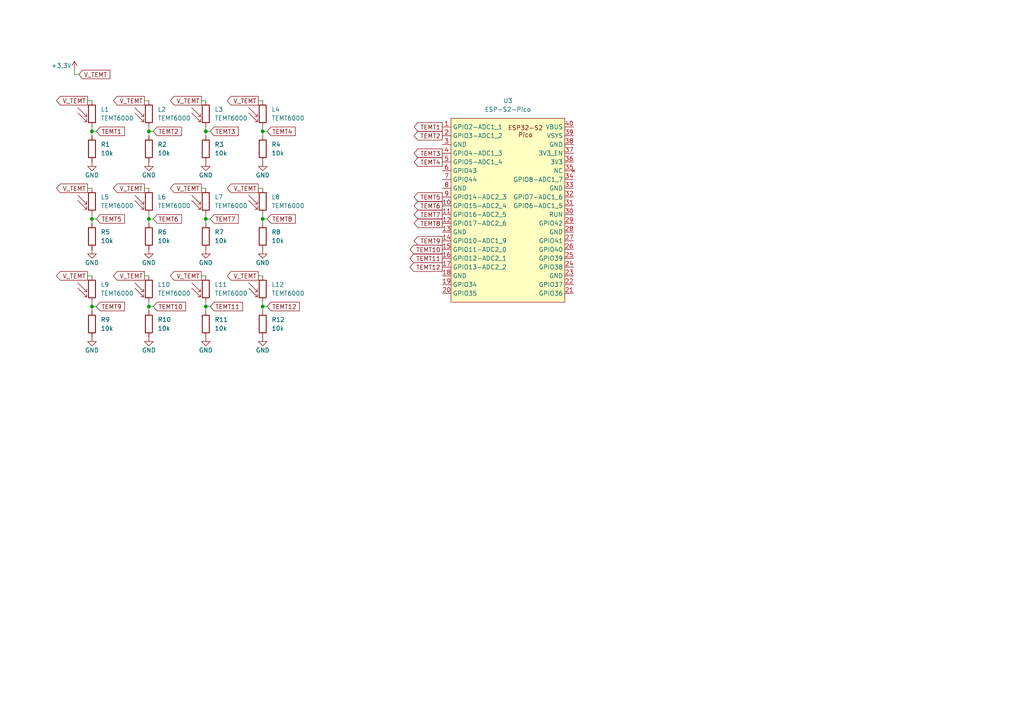
<source format=kicad_sch>
(kicad_sch (version 20231120) (generator "eeschema") (generator_version "8.0")
  (paper "A4")
  (lib_symbols
    (symbol "Device:R" (pin_numbers hide) (pin_names (offset 0))
      (property "Reference" "R" (at 2.032 0 90))
      (property "Value" "R" (at 0 0 90))
      (symbol "R_0_1"
        (rectangle (start -1.016 -2.54) (end 1.016 2.54) (stroke (width 0.254)))
      )
      (symbol "R_1_1"
        (pin passive line (at 0 3.81 270) (length 1.27) (name "~") (number "1"))
        (pin passive line (at 0 -3.81 90) (length 1.27) (name "~") (number "2"))
      )
    )
    (symbol "Device:R_Photo" (pin_numbers hide) (pin_names (offset 0))
      (property "Reference" "R" (at 1.27 1.27 0))
      (property "Value" "R_Photo" (at 1.27 0 0))
      (symbol "R_Photo_0_1"
        (rectangle (start -1.016 2.54) (end 1.016 -2.54) (stroke (width 0.254)))
        (polyline (pts (xy -1.524 -2.286) (xy -4.064 0.254)))
        (polyline (pts (xy -1.524 -2.286) (xy -2.286 -2.286)))
        (polyline (pts (xy -1.524 -2.286) (xy -1.524 -1.524)))
        (polyline (pts (xy -1.524 -0.762) (xy -4.064 1.778)))
        (polyline (pts (xy -1.524 -0.762) (xy -2.286 -0.762)))
        (polyline (pts (xy -1.524 -0.762) (xy -1.524 0)))
      )
      (symbol "R_Photo_1_1"
        (pin passive line (at 0 3.81 270) (length 1.27) (name "~") (number "1"))
        (pin passive line (at 0 -3.81 90) (length 1.27) (name "~") (number "2"))
      )
    )
    (symbol "ESP32-S2-Pico-ADC_1"
      (property "Reference" "U" (at -13.97 27.94 0))
      (property "Value" "ESP-S2-Pico" (at 0 -27.94 0))
      (symbol "ESP32-S2-Pico-ADC_1_0_1"
        (rectangle (start -16.51 26.67) (end 16.51 -26.67) (fill (type background)))
      )
      (symbol "ESP32-S2-Pico-ADC_1_1_0"
        (text "ESP32-S2\nPico" (at 5.08 22.86 0) (effects (font (size 1.27 1.27))))
      )
      (symbol "ESP32-S2-Pico-ADC_1_1_1"
        (pin bidirectional line (at -19.05 24.13 0) (length 2.54) (name "GPIO2-ADC1_1") (number "1"))
        (pin bidirectional line (at -19.05 1.27 0) (length 2.54) (name "GPIO15-ADC2_4") (number "10"))
        (pin bidirectional line (at -19.05 -1.27 0) (length 2.54) (name "GPIO16-ADC2_5") (number "11"))
        (pin bidirectional line (at -19.05 -3.81 0) (length 2.54) (name "GPIO17-ADC2_6") (number "12"))
        (pin power_in line (at -19.05 -6.35 0) (length 2.54) (name "GND") (number "13"))
        (pin bidirectional line (at -19.05 -8.89 0) (length 2.54) (name "GPIO10-ADC1_9") (number "14"))
        (pin bidirectional line (at -19.05 -11.43 0) (length 2.54) (name "GPIO11-ADC2_0") (number "15"))
        (pin bidirectional line (at -19.05 -13.97 0) (length 2.54) (name "GPIO12-ADC2_1") (number "16"))
        (pin bidirectional line (at -19.05 -16.51 0) (length 2.54) (name "GPIO13-ADC2_2") (number "17"))
        (pin power_in line (at -19.05 -19.05 0) (length 2.54) (name "GND") (number "18"))
        (pin bidirectional line (at -19.05 -21.59 0) (length 2.54) (name "GPIO34") (number "19"))
        (pin bidirectional line (at -19.05 21.59 0) (length 2.54) (name "GPIO3-ADC1_2") (number "2"))
        (pin bidirectional line (at -19.05 -24.13 0) (length 2.54) (name "GPIO35") (number "20"))
        (pin bidirectional line (at 19.05 -24.13 180) (length 2.54) (name "GPIO36") (number "21"))
        (pin bidirectional line (at 19.05 -21.59 180) (length 2.54) (name "GPIO37") (number "22"))
        (pin power_in line (at 19.05 -19.05 180) (length 2.54) (name "GND") (number "23"))
        (pin bidirectional line (at 19.05 -16.51 180) (length 2.54) (name "GPIO38") (number "24"))
        (pin bidirectional line (at 19.05 -13.97 180) (length 2.54) (name "GPIO39") (number "25"))
        (pin bidirectional line (at 19.05 -11.43 180) (length 2.54) (name "GPIO40") (number "26"))
        (pin bidirectional line (at 19.05 -8.89 180) (length 2.54) (name "GPIO41") (number "27"))
        (pin power_in line (at 19.05 -6.35 180) (length 2.54) (name "GND") (number "28"))
        (pin bidirectional line (at 19.05 -3.81 180) (length 2.54) (name "GPIO42") (number "29"))
        (pin power_in line (at -19.05 19.05 0) (length 2.54) (name "GND") (number "3"))
        (pin input line (at 19.05 -1.27 180) (length 2.54) (name "RUN") (number "30"))
        (pin bidirectional line (at 19.05 1.27 180) (length 2.54) (name "GPIO6-ADC1_5") (number "31"))
        (pin bidirectional line (at 19.05 3.81 180) (length 2.54) (name "GPIO7-ADC1_6") (number "32"))
        (pin power_in line (at 19.05 6.35 180) (length 2.54) (name "GND") (number "33"))
        (pin bidirectional line (at 19.05 8.89 180) (length 2.54) (name "GPIO8-ADC1_7") (number "34"))
        (pin no_connect line (at 19.05 11.43 180) (length 2.54) (name "NC") (number "35"))
        (pin power_in line (at 19.05 13.97 180) (length 2.54) (name "3V3") (number "36"))
        (pin input line (at 19.05 16.51 180) (length 2.54) (name "3V3_EN") (number "37"))
        (pin bidirectional line (at 19.05 19.05 180) (length 2.54) (name "GND") (number "38"))
        (pin power_in line (at 19.05 21.59 180) (length 2.54) (name "VSYS") (number "39"))
        (pin bidirectional line (at -19.05 16.51 0) (length 2.54) (name "GPIO4-ADC1_3") (number "4"))
        (pin power_in line (at 19.05 24.13 180) (length 2.54) (name "VBUS") (number "40"))
        (pin bidirectional line (at -19.05 13.97 0) (length 2.54) (name "GPIO5-ADC1_4") (number "5"))
        (pin bidirectional line (at -19.05 11.43 0) (length 2.54) (name "GPIO43") (number "6"))
        (pin bidirectional line (at -19.05 8.89 0) (length 2.54) (name "GPIO44") (number "7"))
        (pin power_in line (at -19.05 6.35 0) (length 2.54) (name "GND") (number "8"))
        (pin bidirectional line (at -19.05 3.81 0) (length 2.54) (name "GPIO14-ADC2_3") (number "9"))
      )
    )
    (symbol "power:+3.3V" (power) (pin_names (offset 0))
      (property "Value" "+3.3V" (at 0 3.556 0))
      (symbol "+3.3V_0_1"
        (polyline (pts (xy -0.762 1.27) (xy 0 2.54)))
        (polyline (pts (xy 0 0) (xy 0 2.54)))
        (polyline (pts (xy 0 2.54) (xy 0.762 1.27)))
      )
      (symbol "+3.3V_1_1"
        (pin power_in line (at 0 0 90) (length 0) hide (name "+3.3V") (number "1"))
      )
    )
    (symbol "power:GND" (power) (pin_names (offset 0))
      (property "Value" "GND" (at 0 -3.81 0))
      (symbol "GND_0_1"
        (polyline (pts (xy 0 0) (xy 0 -1.27) (xy 1.27 -1.27) (xy 0 -2.54) (xy -1.27 -1.27) (xy 0 -1.27)))
      )
      (symbol "GND_1_1"
        (pin power_in line (at 0 0 270) (length 0) hide (name "GND") (number "1"))
      )
    )
  )
  (junction (at 76.2 88.9))
  (junction (at 26.67 38.1))
  (junction (at 26.67 63.5))
  (junction (at 26.67 88.9))
  (junction (at 76.2 38.1))
  (junction (at 43.18 63.5))
  (junction (at 59.69 88.9))
  (junction (at 43.18 88.9))
  (junction (at 59.69 38.1))
  (junction (at 59.69 63.5))
  (junction (at 76.2 63.5))
  (junction (at 43.18 38.1))
  (wire (pts (xy 76.2 80.01) (xy 74.93 80.01)))
  (wire (pts (xy 26.67 54.61) (xy 25.4 54.61)))
  (wire (pts (xy 43.18 63.5) (xy 43.18 64.77)))
  (wire (pts (xy 60.96 38.1) (xy 59.69 38.1)))
  (wire (pts (xy 59.69 62.23) (xy 59.69 63.5)))
  (wire (pts (xy 44.45 63.5) (xy 43.18 63.5)))
  (wire (pts (xy 77.47 63.5) (xy 76.2 63.5)))
  (wire (pts (xy 59.69 29.21) (xy 58.42 29.21)))
  (wire (pts (xy 26.67 62.23) (xy 26.67 63.5)))
  (wire (pts (xy 26.67 87.63) (xy 26.67 88.9)))
  (wire (pts (xy 43.18 80.01) (xy 41.91 80.01)))
  (wire (pts (xy 43.18 62.23) (xy 43.18 63.5)))
  (wire (pts (xy 26.67 80.01) (xy 25.4 80.01)))
  (wire (pts (xy 76.2 62.23) (xy 76.2 63.5)))
  (wire (pts (xy 26.67 63.5) (xy 26.67 64.77)))
  (wire (pts (xy 76.2 29.21) (xy 74.93 29.21)))
  (wire (pts (xy 59.69 54.61) (xy 58.42 54.61)))
  (wire (pts (xy 43.18 87.63) (xy 43.18 88.9)))
  (wire (pts (xy 77.47 38.1) (xy 76.2 38.1)))
  (wire (pts (xy 59.69 80.01) (xy 58.42 80.01)))
  (wire (pts (xy 27.94 88.9) (xy 26.67 88.9)))
  (wire (pts (xy 76.2 54.61) (xy 74.93 54.61)))
  (wire (pts (xy 43.18 38.1) (xy 43.18 39.37)))
  (wire (pts (xy 43.18 54.61) (xy 41.91 54.61)))
  (wire (pts (xy 59.69 88.9) (xy 59.69 90.17)))
  (wire (pts (xy 76.2 63.5) (xy 76.2 64.77)))
  (wire (pts (xy 44.45 88.9) (xy 43.18 88.9)))
  (wire (pts (xy 43.18 29.21) (xy 41.91 29.21)))
  (wire (pts (xy 76.2 36.83) (xy 76.2 38.1)))
  (wire (pts (xy 76.2 88.9) (xy 76.2 90.17)))
  (wire (pts (xy 26.67 36.83) (xy 26.67 38.1)))
  (wire (pts (xy 21.59 21.59) (xy 21.59 20.32)))
  (wire (pts (xy 76.2 38.1) (xy 76.2 39.37)))
  (wire (pts (xy 43.18 36.83) (xy 43.18 38.1)))
  (wire (pts (xy 59.69 36.83) (xy 59.69 38.1)))
  (wire (pts (xy 27.94 38.1) (xy 26.67 38.1)))
  (wire (pts (xy 44.45 38.1) (xy 43.18 38.1)))
  (wire (pts (xy 26.67 29.21) (xy 25.4 29.21)))
  (wire (pts (xy 26.67 38.1) (xy 26.67 39.37)))
  (wire (pts (xy 27.94 63.5) (xy 26.67 63.5)))
  (wire (pts (xy 59.69 38.1) (xy 59.69 39.37)))
  (wire (pts (xy 60.96 88.9) (xy 59.69 88.9)))
  (wire (pts (xy 59.69 63.5) (xy 59.69 64.77)))
  (wire (pts (xy 43.18 88.9) (xy 43.18 90.17)))
  (wire (pts (xy 26.67 88.9) (xy 26.67 90.17)))
  (wire (pts (xy 59.69 87.63) (xy 59.69 88.9)))
  (wire (pts (xy 60.96 63.5) (xy 59.69 63.5)))
  (wire (pts (xy 21.59 21.59) (xy 22.86 21.59)))
  (wire (pts (xy 77.47 88.9) (xy 76.2 88.9)))
  (wire (pts (xy 76.2 87.63) (xy 76.2 88.9)))
  (global_label "V_TEMT" (shape output) (at 58.42 54.61 180) (property "Intersheetrefs" "${INTERSHEET_REFS}" (effects (hide yes))))
  (global_label "V_TEMT" (shape output) (at 74.93 80.01 180) (property "Intersheetrefs" "${INTERSHEET_REFS}" (effects (hide yes))))
  (global_label "TEMT3" (shape input) (at 60.96 38.1 0) (property "Intersheetrefs" "${INTERSHEET_REFS}" (effects (hide yes))))
  (global_label "TEMT4" (shape output) (at 128.27 46.99 180) (property "Intersheetrefs" "${INTERSHEET_REFS}" (effects (hide yes))))
  (global_label "TEMT10" (shape input) (at 44.45 88.9 0) (property "Intersheetrefs" "${INTERSHEET_REFS}" (effects (hide yes))))
  (global_label "TEMT2" (shape output) (at 128.27 39.37 180) (property "Intersheetrefs" "${INTERSHEET_REFS}" (effects (hide yes))))
  (global_label "TEMT7" (shape input) (at 60.96 63.5 0) (property "Intersheetrefs" "${INTERSHEET_REFS}" (effects (hide yes))))
  (global_label "TEMT5" (shape input) (at 27.94 63.5 0) (property "Intersheetrefs" "${INTERSHEET_REFS}" (effects (hide yes))))
  (global_label "TEMT4" (shape input) (at 77.47 38.1 0) (property "Intersheetrefs" "${INTERSHEET_REFS}" (effects (hide yes))))
  (global_label "TEMT10" (shape output) (at 128.27 72.39 180) (property "Intersheetrefs" "${INTERSHEET_REFS}" (effects (hide yes))))
  (global_label "TEMT1" (shape output) (at 128.27 36.83 180) (property "Intersheetrefs" "${INTERSHEET_REFS}" (effects (hide yes))))
  (global_label "TEMT2" (shape input) (at 44.45 38.1 0) (property "Intersheetrefs" "${INTERSHEET_REFS}" (effects (hide yes))))
  (global_label "TEMT6" (shape input) (at 44.45 63.5 0) (property "Intersheetrefs" "${INTERSHEET_REFS}" (effects (hide yes))))
  (global_label "TEMT3" (shape output) (at 128.27 44.45 180) (property "Intersheetrefs" "${INTERSHEET_REFS}" (effects (hide yes))))
  (global_label "TEMT11" (shape output) (at 128.27 74.93 180) (property "Intersheetrefs" "${INTERSHEET_REFS}" (effects (hide yes))))
  (global_label "V_TEMT" (shape output) (at 58.42 29.21 180) (property "Intersheetrefs" "${INTERSHEET_REFS}" (effects (hide yes))))
  (global_label "V_TEMT" (shape output) (at 41.91 29.21 180) (property "Intersheetrefs" "${INTERSHEET_REFS}" (effects (hide yes))))
  (global_label "TEMT11" (shape input) (at 60.96 88.9 0) (property "Intersheetrefs" "${INTERSHEET_REFS}" (effects (hide yes))))
  (global_label "V_TEMT" (shape input) (at 22.86 21.59 0) (property "Intersheetrefs" "${INTERSHEET_REFS}" (effects (hide yes))))
  (global_label "TEMT5" (shape output) (at 128.27 57.15 180) (property "Intersheetrefs" "${INTERSHEET_REFS}" (effects (hide yes))))
  (global_label "TEMT6" (shape output) (at 128.27 59.69 180) (property "Intersheetrefs" "${INTERSHEET_REFS}" (effects (hide yes))))
  (global_label "TEMT8" (shape output) (at 128.27 64.77 180) (property "Intersheetrefs" "${INTERSHEET_REFS}" (effects (hide yes))))
  (global_label "V_TEMT" (shape output) (at 74.93 54.61 180) (property "Intersheetrefs" "${INTERSHEET_REFS}" (effects (hide yes))))
  (global_label "V_TEMT" (shape output) (at 25.4 29.21 180) (property "Intersheetrefs" "${INTERSHEET_REFS}" (effects (hide yes))))
  (global_label "TEMT7" (shape output) (at 128.27 62.23 180) (property "Intersheetrefs" "${INTERSHEET_REFS}" (effects (hide yes))))
  (global_label "TEMT12" (shape output) (at 128.27 77.47 180) (property "Intersheetrefs" "${INTERSHEET_REFS}" (effects (hide yes))))
  (global_label "V_TEMT" (shape output) (at 58.42 80.01 180) (property "Intersheetrefs" "${INTERSHEET_REFS}" (effects (hide yes))))
  (global_label "TEMT8" (shape input) (at 77.47 63.5 0) (property "Intersheetrefs" "${INTERSHEET_REFS}" (effects (hide yes))))
  (global_label "V_TEMT" (shape output) (at 25.4 54.61 180) (property "Intersheetrefs" "${INTERSHEET_REFS}" (effects (hide yes))))
  (global_label "V_TEMT" (shape output) (at 41.91 54.61 180) (property "Intersheetrefs" "${INTERSHEET_REFS}" (effects (hide yes))))
  (global_label "V_TEMT" (shape output) (at 41.91 80.01 180) (property "Intersheetrefs" "${INTERSHEET_REFS}" (effects (hide yes))))
  (global_label "TEMT1" (shape input) (at 27.94 38.1 0) (property "Intersheetrefs" "${INTERSHEET_REFS}" (effects (hide yes))))
  (global_label "TEMT9" (shape output) (at 128.27 69.85 180) (property "Intersheetrefs" "${INTERSHEET_REFS}" (effects (hide yes))))
  (global_label "TEMT12" (shape input) (at 77.47 88.9 0) (property "Intersheetrefs" "${INTERSHEET_REFS}" (effects (hide yes))))
  (global_label "V_TEMT" (shape output) (at 74.93 29.21 180) (property "Intersheetrefs" "${INTERSHEET_REFS}" (effects (hide yes))))
  (global_label "TEMT9" (shape input) (at 27.94 88.9 0) (property "Intersheetrefs" "${INTERSHEET_REFS}" (effects (hide yes))))
  (global_label "V_TEMT" (shape output) (at 25.4 80.01 180) (property "Intersheetrefs" "${INTERSHEET_REFS}" (effects (hide yes))))
  (symbol (lib_id "Device:R") (at 59.69 93.98 180) (unit 1)
    (property "Reference" "R11" (at 62.23 92.7099 0) (effects (justify right)))
    (property "Value" "10k" (at 62.23 95.2499 0) (effects (justify right)))
    (property "Footprint" "Resistor_SMD:R_0603_1608Metric_Pad0.98x0.95mm_HandSolder" (effects (hide yes)))
    (property "Description" "Resistor" (effects (hide yes)))
  )
  (symbol (lib_id "power:GND") (at 59.69 97.79 0) (unit 1)
    (property "Reference" "#PWR012" (effects (hide yes)))
    (property "Value" "GND" (at 59.69 101.6 0))
  )
  (symbol (lib_id "Device:R") (at 43.18 43.18 180) (unit 1)
    (property "Reference" "R2" (at 45.72 41.9099 0) (effects (justify right)))
    (property "Value" "10k" (at 45.72 44.4499 0) (effects (justify right)))
    (property "Footprint" "Resistor_SMD:R_0603_1608Metric_Pad0.98x0.95mm_HandSolder" (effects (hide yes)))
    (property "Description" "Resistor" (effects (hide yes)))
  )
  (symbol (lib_id "Device:R_Photo") (at 76.2 33.02 0) (unit 1)
    (property "Reference" "L4" (at 78.74 31.7499 0) (effects (justify left)))
    (property "Value" "TEMT6000" (at 78.74 34.2899 0) (effects (justify left)))
    (property "Footprint" "PorridgePi-Personal:TEMT6000-SMD" (effects (hide yes)))
    (property "Description" "Photoresistor" (effects (hide yes)))
  )
  (symbol (lib_id "Device:R_Photo") (at 59.69 33.02 0) (unit 1)
    (property "Reference" "L3" (at 62.23 31.7499 0) (effects (justify left)))
    (property "Value" "TEMT6000" (at 62.23 34.2899 0) (effects (justify left)))
    (property "Footprint" "PorridgePi-Personal:TEMT6000-SMD" (effects (hide yes)))
    (property "Description" "Photoresistor" (effects (hide yes)))
  )
  (symbol (lib_id "power:GND") (at 76.2 97.79 0) (unit 1)
    (property "Reference" "#PWR013" (effects (hide yes)))
    (property "Value" "GND" (at 76.2 101.6 0))
  )
  (symbol (lib_id "power:GND") (at 43.18 97.79 0) (unit 1)
    (property "Reference" "#PWR011" (effects (hide yes)))
    (property "Value" "GND" (at 43.18 101.6 0))
  )
  (symbol (lib_id "Device:R_Photo") (at 43.18 33.02 0) (unit 1)
    (property "Reference" "L2" (at 45.72 31.7499 0) (effects (justify left)))
    (property "Value" "TEMT6000" (at 45.72 34.2899 0) (effects (justify left)))
    (property "Footprint" "PorridgePi-Personal:TEMT6000-SMD" (effects (hide yes)))
    (property "Description" "Photoresistor" (effects (hide yes)))
  )
  (symbol (lib_id "Device:R_Photo") (at 76.2 58.42 0) (unit 1)
    (property "Reference" "L8" (at 78.74 57.1499 0) (effects (justify left)))
    (property "Value" "TEMT6000" (at 78.74 59.6899 0) (effects (justify left)))
    (property "Footprint" "PorridgePi-Personal:TEMT6000-SMD" (effects (hide yes)))
    (property "Description" "Photoresistor" (effects (hide yes)))
  )
  (symbol (lib_id "Device:R_Photo") (at 43.18 83.82 0) (unit 1)
    (property "Reference" "L10" (at 45.72 82.5499 0) (effects (justify left)))
    (property "Value" "TEMT6000" (at 45.72 85.0899 0) (effects (justify left)))
    (property "Footprint" "PorridgePi-Personal:TEMT6000-SMD" (effects (hide yes)))
    (property "Description" "Photoresistor" (effects (hide yes)))
  )
  (symbol (lib_id "Device:R_Photo") (at 59.69 83.82 0) (unit 1)
    (property "Reference" "L11" (at 62.23 82.5499 0) (effects (justify left)))
    (property "Value" "TEMT6000" (at 62.23 85.0899 0) (effects (justify left)))
    (property "Footprint" "PorridgePi-Personal:TEMT6000-SMD" (effects (hide yes)))
    (property "Description" "Photoresistor" (effects (hide yes)))
  )
  (symbol (lib_id "Device:R") (at 76.2 43.18 180) (unit 1)
    (property "Reference" "R4" (at 78.74 41.9099 0) (effects (justify right)))
    (property "Value" "10k" (at 78.74 44.4499 0) (effects (justify right)))
    (property "Footprint" "Resistor_SMD:R_0603_1608Metric_Pad0.98x0.95mm_HandSolder" (effects (hide yes)))
    (property "Description" "Resistor" (effects (hide yes)))
  )
  (symbol (lib_id "Device:R") (at 59.69 43.18 180) (unit 1)
    (property "Reference" "R3" (at 62.23 41.9099 0) (effects (justify right)))
    (property "Value" "10k" (at 62.23 44.4499 0) (effects (justify right)))
    (property "Footprint" "Resistor_SMD:R_0603_1608Metric_Pad0.98x0.95mm_HandSolder" (effects (hide yes)))
    (property "Description" "Resistor" (effects (hide yes)))
  )
  (symbol (lib_id "Device:R") (at 43.18 93.98 180) (unit 1)
    (property "Reference" "R10" (at 45.72 92.7099 0) (effects (justify right)))
    (property "Value" "10k" (at 45.72 95.2499 0) (effects (justify right)))
    (property "Footprint" "Resistor_SMD:R_0603_1608Metric_Pad0.98x0.95mm_HandSolder" (effects (hide yes)))
    (property "Description" "Resistor" (effects (hide yes)))
  )
  (symbol (lib_id "Device:R_Photo") (at 26.67 58.42 0) (unit 1)
    (property "Reference" "L5" (at 29.21 57.1499 0) (effects (justify left)))
    (property "Value" "TEMT6000" (at 29.21 59.6899 0) (effects (justify left)))
    (property "Footprint" "PorridgePi-Personal:TEMT6000-SMD" (effects (hide yes)))
    (property "Description" "Photoresistor" (effects (hide yes)))
  )
  (symbol (lib_id "Device:R") (at 76.2 68.58 180) (unit 1)
    (property "Reference" "R8" (at 78.74 67.3099 0) (effects (justify right)))
    (property "Value" "10k" (at 78.74 69.8499 0) (effects (justify right)))
    (property "Footprint" "Resistor_SMD:R_0603_1608Metric_Pad0.98x0.95mm_HandSolder" (effects (hide yes)))
    (property "Description" "Resistor" (effects (hide yes)))
  )
  (symbol (lib_id "power:GND") (at 59.69 72.39 0) (unit 1)
    (property "Reference" "#PWR08" (effects (hide yes)))
    (property "Value" "GND" (at 59.69 76.2 0))
  )
  (symbol (lib_id "Device:R") (at 26.67 93.98 180) (unit 1)
    (property "Reference" "R9" (at 29.21 92.7099 0) (effects (justify right)))
    (property "Value" "10k" (at 29.21 95.2499 0) (effects (justify right)))
    (property "Footprint" "Resistor_SMD:R_0603_1608Metric_Pad0.98x0.95mm_HandSolder" (effects (hide yes)))
    (property "Description" "Resistor" (effects (hide yes)))
  )
  (symbol (lib_name "ESP32-S2-Pico-ADC_1") (lib_id "PorridgePi-Symbols:ESP32-S2-Pico-ADC") (at 147.32 60.96 0) (unit 1)
    (property "Reference" "U3" (at 147.32 29.21 0))
    (property "Value" "ESP-S2-Pico" (at 147.32 31.75 0))
    (property "Footprint" "PorridgePi-Personal:ESP32-S2-Pico" (effects (hide yes)))
  )
  (symbol (lib_id "Device:R_Photo") (at 26.67 83.82 0) (unit 1)
    (property "Reference" "L9" (at 29.21 82.5499 0) (effects (justify left)))
    (property "Value" "TEMT6000" (at 29.21 85.0899 0) (effects (justify left)))
    (property "Footprint" "PorridgePi-Personal:TEMT6000-SMD" (effects (hide yes)))
    (property "Description" "Photoresistor" (effects (hide yes)))
  )
  (symbol (lib_id "Device:R") (at 76.2 93.98 180) (unit 1)
    (property "Reference" "R12" (at 78.74 92.7099 0) (effects (justify right)))
    (property "Value" "10k" (at 78.74 95.2499 0) (effects (justify right)))
    (property "Footprint" "Resistor_SMD:R_0603_1608Metric_Pad0.98x0.95mm_HandSolder" (effects (hide yes)))
    (property "Description" "Resistor" (effects (hide yes)))
  )
  (symbol (lib_id "power:GND") (at 43.18 72.39 0) (unit 1)
    (property "Reference" "#PWR07" (effects (hide yes)))
    (property "Value" "GND" (at 43.18 76.2 0))
  )
  (symbol (lib_id "Device:R") (at 43.18 68.58 180) (unit 1)
    (property "Reference" "R6" (at 45.72 67.3099 0) (effects (justify right)))
    (property "Value" "10k" (at 45.72 69.8499 0) (effects (justify right)))
    (property "Footprint" "Resistor_SMD:R_0603_1608Metric_Pad0.98x0.95mm_HandSolder" (effects (hide yes)))
    (property "Description" "Resistor" (effects (hide yes)))
  )
  (symbol (lib_id "Device:R") (at 26.67 68.58 180) (unit 1)
    (property "Reference" "R5" (at 29.21 67.3099 0) (effects (justify right)))
    (property "Value" "10k" (at 29.21 69.8499 0) (effects (justify right)))
    (property "Footprint" "Resistor_SMD:R_0603_1608Metric_Pad0.98x0.95mm_HandSolder" (effects (hide yes)))
    (property "Description" "Resistor" (effects (hide yes)))
  )
  (symbol (lib_id "power:GND") (at 26.67 46.99 0) (unit 1)
    (property "Reference" "#PWR02" (effects (hide yes)))
    (property "Value" "GND" (at 26.67 50.8 0))
  )
  (symbol (lib_id "Device:R_Photo") (at 26.67 33.02 0) (unit 1)
    (property "Reference" "L1" (at 29.21 31.7499 0) (effects (justify left)))
    (property "Value" "TEMT6000" (at 29.21 34.2899 0) (effects (justify left)))
    (property "Footprint" "PorridgePi-Personal:TEMT6000-SMD" (effects (hide yes)))
    (property "Description" "Photoresistor" (effects (hide yes)))
  )
  (symbol (lib_id "power:GND") (at 76.2 46.99 0) (unit 1)
    (property "Reference" "#PWR05" (effects (hide yes)))
    (property "Value" "GND" (at 76.2 50.8 0))
  )
  (symbol (lib_id "Device:R_Photo") (at 59.69 58.42 0) (unit 1)
    (property "Reference" "L7" (at 62.23 57.1499 0) (effects (justify left)))
    (property "Value" "TEMT6000" (at 62.23 59.6899 0) (effects (justify left)))
    (property "Footprint" "PorridgePi-Personal:TEMT6000-SMD" (effects (hide yes)))
    (property "Description" "Photoresistor" (effects (hide yes)))
  )
  (symbol (lib_id "power:GND") (at 26.67 97.79 0) (unit 1)
    (property "Reference" "#PWR010" (effects (hide yes)))
    (property "Value" "GND" (at 26.67 101.6 0))
  )
  (symbol (lib_id "Device:R") (at 59.69 68.58 180) (unit 1)
    (property "Reference" "R7" (at 62.23 67.3099 0) (effects (justify right)))
    (property "Value" "10k" (at 62.23 69.8499 0) (effects (justify right)))
    (property "Footprint" "Resistor_SMD:R_0603_1608Metric_Pad0.98x0.95mm_HandSolder" (effects (hide yes)))
    (property "Description" "Resistor" (effects (hide yes)))
  )
  (symbol (lib_id "power:GND") (at 43.18 46.99 0) (unit 1)
    (property "Reference" "#PWR03" (effects (hide yes)))
    (property "Value" "GND" (at 43.18 50.8 0))
  )
  (symbol (lib_id "Device:R_Photo") (at 76.2 83.82 0) (unit 1)
    (property "Reference" "L12" (at 78.74 82.5499 0) (effects (justify left)))
    (property "Value" "TEMT6000" (at 78.74 85.0899 0) (effects (justify left)))
    (property "Footprint" "PorridgePi-Personal:TEMT6000-SMD" (effects (hide yes)))
    (property "Description" "Photoresistor" (effects (hide yes)))
  )
  (symbol (lib_id "Device:R") (at 26.67 43.18 180) (unit 1)
    (property "Reference" "R1" (at 29.21 41.9099 0) (effects (justify right)))
    (property "Value" "10k" (at 29.21 44.4499 0) (effects (justify right)))
    (property "Footprint" "Resistor_SMD:R_0603_1608Metric_Pad0.98x0.95mm_HandSolder" (effects (hide yes)))
    (property "Description" "Resistor" (effects (hide yes)))
  )
  (symbol (lib_id "power:+3.3V") (at 21.59 20.32 0) (unit 1)
    (property "Reference" "#PWR01" (effects (hide yes)))
    (property "Value" "+3.3V" (at 17.78 19.05 0))
  )
  (symbol (lib_id "power:GND") (at 26.67 72.39 0) (unit 1)
    (property "Reference" "#PWR06" (effects (hide yes)))
    (property "Value" "GND" (at 26.67 76.2 0))
  )
  (symbol (lib_id "power:GND") (at 59.69 46.99 0) (unit 1)
    (property "Reference" "#PWR04" (effects (hide yes)))
    (property "Value" "GND" (at 59.69 50.8 0))
  )
  (symbol (lib_id "power:GND") (at 76.2 72.39 0) (unit 1)
    (property "Reference" "#PWR09" (effects (hide yes)))
    (property "Value" "GND" (at 76.2 76.2 0))
  )
  (symbol (lib_id "Device:R_Photo") (at 43.18 58.42 0) (unit 1)
    (property "Reference" "L6" (at 45.72 57.1499 0) (effects (justify left)))
    (property "Value" "TEMT6000" (at 45.72 59.6899 0) (effects (justify left)))
    (property "Footprint" "PorridgePi-Personal:TEMT6000-SMD" (effects (hide yes)))
    (property "Description" "Photoresistor" (effects (hide yes)))
  )
)
</source>
